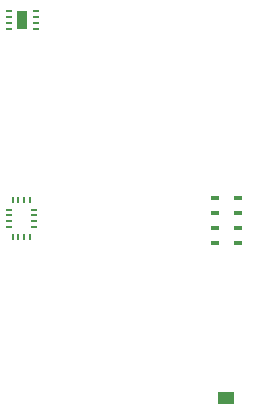
<source format=gtp>
G04 EAGLE Gerber RS-274X export*
G75*
%MOMM*%
%FSLAX34Y34*%
%LPD*%
%INTop Paste*%
%IPPOS*%
%AMOC8*
5,1,8,0,0,1.08239X$1,22.5*%
G01*
%ADD10R,0.898400X0.118400*%
%ADD11R,1.380000X1.080000*%
%ADD12R,0.500000X0.200000*%
%ADD13R,0.900000X1.600000*%
%ADD14R,0.248400X0.498400*%
%ADD15R,0.498400X0.248400*%
%ADD16R,0.698400X0.448400*%


D10*
X258399Y114040D03*
X258399Y119040D03*
X258399Y109040D03*
X288399Y114040D03*
X288399Y119040D03*
X288399Y109040D03*
D11*
X273399Y114040D03*
D12*
X112393Y426186D03*
X112393Y431186D03*
X112393Y436186D03*
X112393Y441186D03*
X89893Y441186D03*
X89893Y436186D03*
X89893Y431186D03*
X89893Y426186D03*
D13*
X100893Y433686D03*
D14*
X97907Y281459D03*
X102907Y281459D03*
X92907Y281459D03*
X107907Y281459D03*
D15*
X89907Y273209D03*
X89907Y268209D03*
X89907Y263209D03*
X89907Y258209D03*
X110907Y273209D03*
X110907Y268209D03*
X110907Y263209D03*
X110907Y258209D03*
D14*
X102907Y249959D03*
X97907Y249959D03*
X107907Y249959D03*
X92907Y249959D03*
D16*
X264138Y270222D03*
X284138Y270222D03*
X264138Y282722D03*
X284138Y282722D03*
X264138Y257722D03*
X264138Y245222D03*
X284138Y257222D03*
X284138Y245222D03*
M02*

</source>
